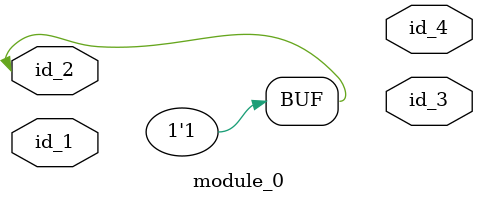
<source format=v>
module module_0 (
    id_1,
    id_2,
    id_3,
    id_4
);
  output id_4;
  output id_3;
  inout id_2;
  inout id_1;
  assign id_2 = 1;
endmodule

</source>
